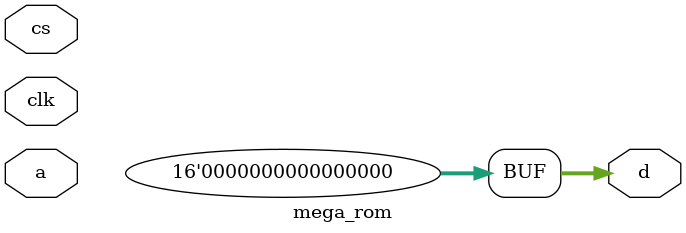
<source format=v>
module mega_rom(	// file.cleaned.mlir:2:3
  input         clk,	// file.cleaned.mlir:2:26
  input  [13:0] a,	// file.cleaned.mlir:2:40
  input         cs,	// file.cleaned.mlir:2:53
  output [15:0] d	// file.cleaned.mlir:2:67
);

  assign d = 16'h0;	// file.cleaned.mlir:3:15, :4:5
endmodule


</source>
